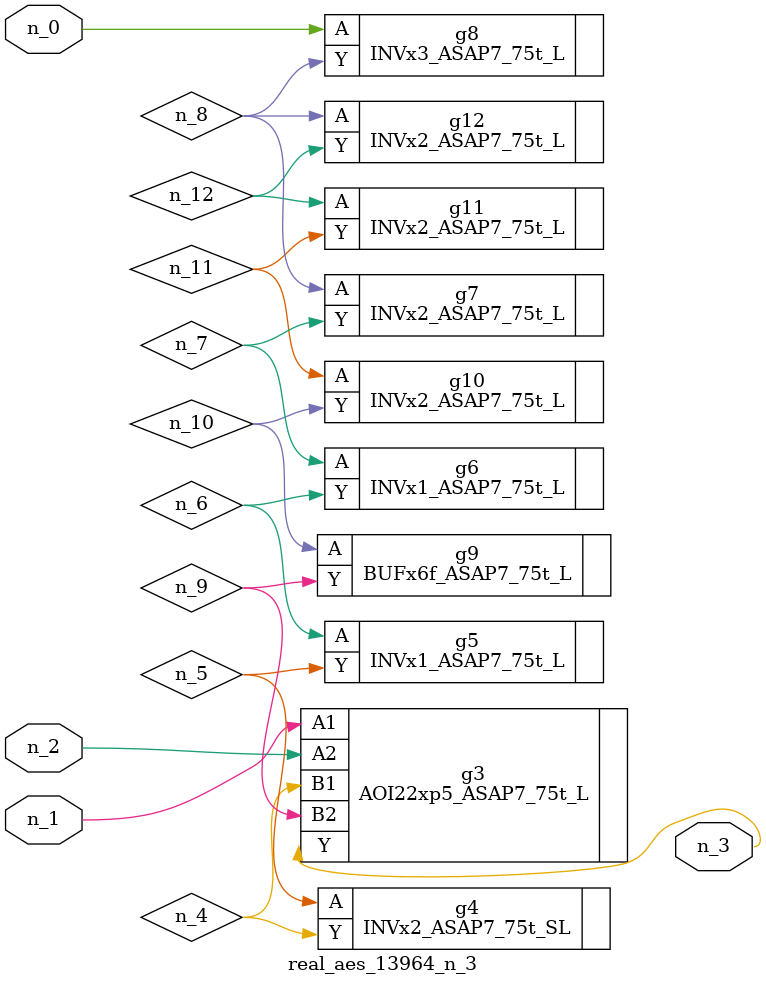
<source format=v>
module real_aes_13964_n_3 (n_0, n_2, n_1, n_3);
input n_0;
input n_2;
input n_1;
output n_3;
wire n_4;
wire n_5;
wire n_7;
wire n_9;
wire n_6;
wire n_8;
wire n_12;
wire n_10;
wire n_11;
INVx3_ASAP7_75t_L g8 ( .A(n_0), .Y(n_8) );
AOI22xp5_ASAP7_75t_L g3 ( .A1(n_1), .A2(n_2), .B1(n_4), .B2(n_9), .Y(n_3) );
INVx2_ASAP7_75t_SL g4 ( .A(n_5), .Y(n_4) );
INVx1_ASAP7_75t_L g5 ( .A(n_6), .Y(n_5) );
INVx1_ASAP7_75t_L g6 ( .A(n_7), .Y(n_6) );
INVx2_ASAP7_75t_L g7 ( .A(n_8), .Y(n_7) );
INVx2_ASAP7_75t_L g12 ( .A(n_8), .Y(n_12) );
BUFx6f_ASAP7_75t_L g9 ( .A(n_10), .Y(n_9) );
INVx2_ASAP7_75t_L g10 ( .A(n_11), .Y(n_10) );
INVx2_ASAP7_75t_L g11 ( .A(n_12), .Y(n_11) );
endmodule
</source>
